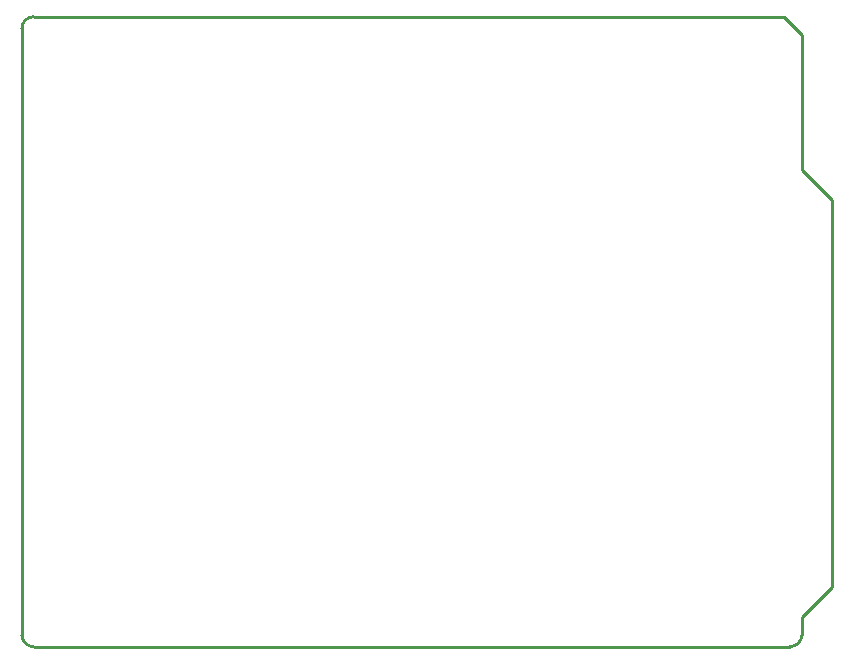
<source format=gbr>
%TF.GenerationSoftware,KiCad,Pcbnew,8.0.4*%
%TF.CreationDate,2024-10-26T11:39:00+11:00*%
%TF.ProjectId,INK-128DA28,494e4b2d-3132-4384-9441-32382e6b6963,1.1*%
%TF.SameCoordinates,Original*%
%TF.FileFunction,Profile,NP*%
%FSLAX46Y46*%
G04 Gerber Fmt 4.6, Leading zero omitted, Abs format (unit mm)*
G04 Created by KiCad (PCBNEW 8.0.4) date 2024-10-26 11:39:00*
%MOMM*%
%LPD*%
G01*
G04 APERTURE LIST*
%TA.AperFunction,Profile*%
%ADD10C,0.254000*%
%TD*%
G04 APERTURE END LIST*
D10*
X148551107Y-108165107D02*
X148551107Y-140931107D01*
X80971107Y-146011107D02*
G75*
G02*
X79971093Y-145011107I-7J1000007D01*
G01*
X80971107Y-92671107D02*
X144487107Y-92671107D01*
X79971107Y-145011107D02*
X79971107Y-93671107D01*
X146011107Y-94195107D02*
X146011107Y-105625107D01*
X79971107Y-93671107D02*
G75*
G02*
X80971107Y-92671107I999993J7D01*
G01*
X145011107Y-146011107D02*
X80971107Y-146011107D01*
X146011107Y-105625107D02*
X148551107Y-108165107D01*
X146011107Y-143471107D02*
X146011107Y-145011107D01*
X148551107Y-140931107D02*
X146011107Y-143471107D01*
X146011107Y-145011107D02*
G75*
G02*
X145011107Y-146011107I-1000007J7D01*
G01*
X144487107Y-92671107D02*
X146011107Y-94195107D01*
M02*

</source>
